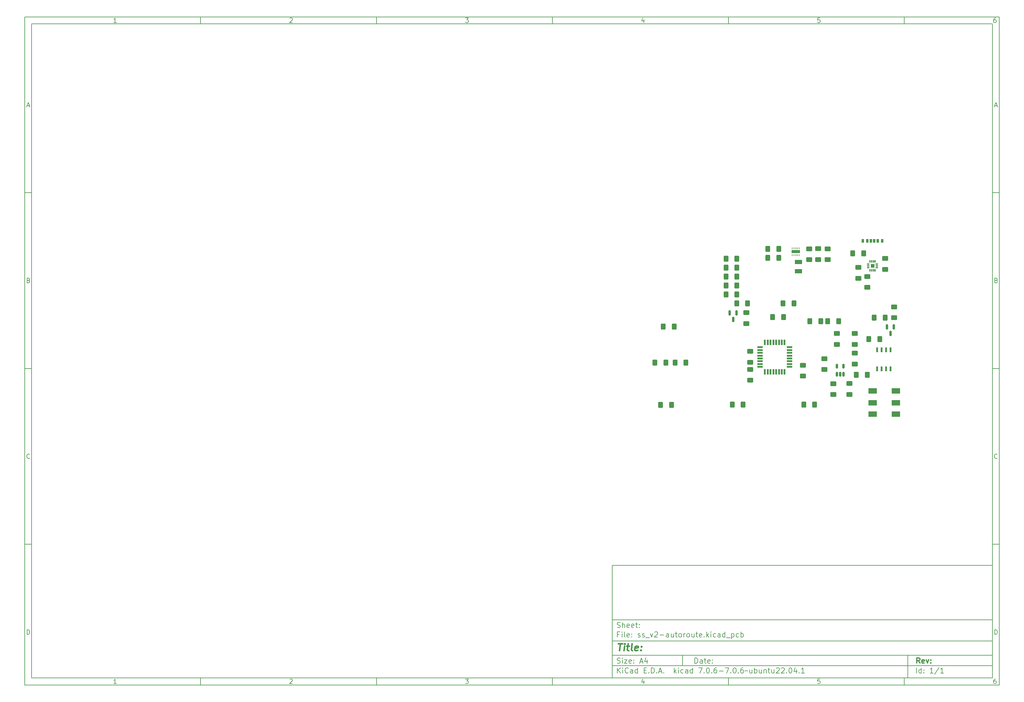
<source format=gbr>
%TF.GenerationSoftware,KiCad,Pcbnew,7.0.6-7.0.6~ubuntu22.04.1*%
%TF.CreationDate,2023-08-01T15:27:09+02:00*%
%TF.ProjectId,ss_v2-autoroute,73735f76-322d-4617-9574-6f726f757465,rev?*%
%TF.SameCoordinates,Original*%
%TF.FileFunction,Paste,Top*%
%TF.FilePolarity,Positive*%
%FSLAX46Y46*%
G04 Gerber Fmt 4.6, Leading zero omitted, Abs format (unit mm)*
G04 Created by KiCad (PCBNEW 7.0.6-7.0.6~ubuntu22.04.1) date 2023-08-01 15:27:09*
%MOMM*%
%LPD*%
G01*
G04 APERTURE LIST*
G04 Aperture macros list*
%AMRoundRect*
0 Rectangle with rounded corners*
0 $1 Rounding radius*
0 $2 $3 $4 $5 $6 $7 $8 $9 X,Y pos of 4 corners*
0 Add a 4 corners polygon primitive as box body*
4,1,4,$2,$3,$4,$5,$6,$7,$8,$9,$2,$3,0*
0 Add four circle primitives for the rounded corners*
1,1,$1+$1,$2,$3*
1,1,$1+$1,$4,$5*
1,1,$1+$1,$6,$7*
1,1,$1+$1,$8,$9*
0 Add four rect primitives between the rounded corners*
20,1,$1+$1,$2,$3,$4,$5,0*
20,1,$1+$1,$4,$5,$6,$7,0*
20,1,$1+$1,$6,$7,$8,$9,0*
20,1,$1+$1,$8,$9,$2,$3,0*%
G04 Aperture macros list end*
%ADD10C,0.100000*%
%ADD11C,0.150000*%
%ADD12C,0.300000*%
%ADD13C,0.400000*%
%ADD14C,0.010000*%
%ADD15R,0.558800X1.460500*%
%ADD16RoundRect,0.250000X-0.400000X-0.625000X0.400000X-0.625000X0.400000X0.625000X-0.400000X0.625000X0*%
%ADD17RoundRect,0.250000X-0.625000X0.400000X-0.625000X-0.400000X0.625000X-0.400000X0.625000X0.400000X0*%
%ADD18RoundRect,0.250000X0.625000X-0.400000X0.625000X0.400000X-0.625000X0.400000X-0.625000X-0.400000X0*%
%ADD19RoundRect,0.250000X0.400000X0.625000X-0.400000X0.625000X-0.400000X-0.625000X0.400000X-0.625000X0*%
%ADD20RoundRect,0.150000X0.150000X-0.512500X0.150000X0.512500X-0.150000X0.512500X-0.150000X-0.512500X0*%
%ADD21RoundRect,0.007800X-0.332200X-0.122200X0.332200X-0.122200X0.332200X0.122200X-0.332200X0.122200X0*%
%ADD22RoundRect,0.007800X0.122200X-0.332200X0.122200X0.332200X-0.122200X0.332200X-0.122200X-0.332200X0*%
%ADD23R,2.387600X1.498600*%
%ADD24RoundRect,0.150000X-0.150000X0.587500X-0.150000X-0.587500X0.150000X-0.587500X0.150000X0.587500X0*%
%ADD25R,1.500000X0.550000*%
%ADD26R,0.550000X1.500000*%
%ADD27R,2.006600X1.193800*%
%ADD28R,0.700000X1.100000*%
%ADD29R,0.760000X1.100000*%
%ADD30R,0.800000X1.100000*%
%ADD31R,0.249999X0.499999*%
%ADD32R,2.400000X0.840001*%
G04 APERTURE END LIST*
D10*
D11*
X177002200Y-166007200D02*
X285002200Y-166007200D01*
X285002200Y-198007200D01*
X177002200Y-198007200D01*
X177002200Y-166007200D01*
D10*
D11*
X10000000Y-10000000D02*
X287002200Y-10000000D01*
X287002200Y-200007200D01*
X10000000Y-200007200D01*
X10000000Y-10000000D01*
D10*
D11*
X12000000Y-12000000D02*
X285002200Y-12000000D01*
X285002200Y-198007200D01*
X12000000Y-198007200D01*
X12000000Y-12000000D01*
D10*
D11*
X60000000Y-12000000D02*
X60000000Y-10000000D01*
D10*
D11*
X110000000Y-12000000D02*
X110000000Y-10000000D01*
D10*
D11*
X160000000Y-12000000D02*
X160000000Y-10000000D01*
D10*
D11*
X210000000Y-12000000D02*
X210000000Y-10000000D01*
D10*
D11*
X260000000Y-12000000D02*
X260000000Y-10000000D01*
D10*
D11*
X36089160Y-11593604D02*
X35346303Y-11593604D01*
X35717731Y-11593604D02*
X35717731Y-10293604D01*
X35717731Y-10293604D02*
X35593922Y-10479319D01*
X35593922Y-10479319D02*
X35470112Y-10603128D01*
X35470112Y-10603128D02*
X35346303Y-10665033D01*
D10*
D11*
X85346303Y-10417414D02*
X85408207Y-10355509D01*
X85408207Y-10355509D02*
X85532017Y-10293604D01*
X85532017Y-10293604D02*
X85841541Y-10293604D01*
X85841541Y-10293604D02*
X85965350Y-10355509D01*
X85965350Y-10355509D02*
X86027255Y-10417414D01*
X86027255Y-10417414D02*
X86089160Y-10541223D01*
X86089160Y-10541223D02*
X86089160Y-10665033D01*
X86089160Y-10665033D02*
X86027255Y-10850747D01*
X86027255Y-10850747D02*
X85284398Y-11593604D01*
X85284398Y-11593604D02*
X86089160Y-11593604D01*
D10*
D11*
X135284398Y-10293604D02*
X136089160Y-10293604D01*
X136089160Y-10293604D02*
X135655826Y-10788842D01*
X135655826Y-10788842D02*
X135841541Y-10788842D01*
X135841541Y-10788842D02*
X135965350Y-10850747D01*
X135965350Y-10850747D02*
X136027255Y-10912652D01*
X136027255Y-10912652D02*
X136089160Y-11036461D01*
X136089160Y-11036461D02*
X136089160Y-11345985D01*
X136089160Y-11345985D02*
X136027255Y-11469795D01*
X136027255Y-11469795D02*
X135965350Y-11531700D01*
X135965350Y-11531700D02*
X135841541Y-11593604D01*
X135841541Y-11593604D02*
X135470112Y-11593604D01*
X135470112Y-11593604D02*
X135346303Y-11531700D01*
X135346303Y-11531700D02*
X135284398Y-11469795D01*
D10*
D11*
X185965350Y-10726938D02*
X185965350Y-11593604D01*
X185655826Y-10231700D02*
X185346303Y-11160271D01*
X185346303Y-11160271D02*
X186151064Y-11160271D01*
D10*
D11*
X236027255Y-10293604D02*
X235408207Y-10293604D01*
X235408207Y-10293604D02*
X235346303Y-10912652D01*
X235346303Y-10912652D02*
X235408207Y-10850747D01*
X235408207Y-10850747D02*
X235532017Y-10788842D01*
X235532017Y-10788842D02*
X235841541Y-10788842D01*
X235841541Y-10788842D02*
X235965350Y-10850747D01*
X235965350Y-10850747D02*
X236027255Y-10912652D01*
X236027255Y-10912652D02*
X236089160Y-11036461D01*
X236089160Y-11036461D02*
X236089160Y-11345985D01*
X236089160Y-11345985D02*
X236027255Y-11469795D01*
X236027255Y-11469795D02*
X235965350Y-11531700D01*
X235965350Y-11531700D02*
X235841541Y-11593604D01*
X235841541Y-11593604D02*
X235532017Y-11593604D01*
X235532017Y-11593604D02*
X235408207Y-11531700D01*
X235408207Y-11531700D02*
X235346303Y-11469795D01*
D10*
D11*
X285965350Y-10293604D02*
X285717731Y-10293604D01*
X285717731Y-10293604D02*
X285593922Y-10355509D01*
X285593922Y-10355509D02*
X285532017Y-10417414D01*
X285532017Y-10417414D02*
X285408207Y-10603128D01*
X285408207Y-10603128D02*
X285346303Y-10850747D01*
X285346303Y-10850747D02*
X285346303Y-11345985D01*
X285346303Y-11345985D02*
X285408207Y-11469795D01*
X285408207Y-11469795D02*
X285470112Y-11531700D01*
X285470112Y-11531700D02*
X285593922Y-11593604D01*
X285593922Y-11593604D02*
X285841541Y-11593604D01*
X285841541Y-11593604D02*
X285965350Y-11531700D01*
X285965350Y-11531700D02*
X286027255Y-11469795D01*
X286027255Y-11469795D02*
X286089160Y-11345985D01*
X286089160Y-11345985D02*
X286089160Y-11036461D01*
X286089160Y-11036461D02*
X286027255Y-10912652D01*
X286027255Y-10912652D02*
X285965350Y-10850747D01*
X285965350Y-10850747D02*
X285841541Y-10788842D01*
X285841541Y-10788842D02*
X285593922Y-10788842D01*
X285593922Y-10788842D02*
X285470112Y-10850747D01*
X285470112Y-10850747D02*
X285408207Y-10912652D01*
X285408207Y-10912652D02*
X285346303Y-11036461D01*
D10*
D11*
X60000000Y-198007200D02*
X60000000Y-200007200D01*
D10*
D11*
X110000000Y-198007200D02*
X110000000Y-200007200D01*
D10*
D11*
X160000000Y-198007200D02*
X160000000Y-200007200D01*
D10*
D11*
X210000000Y-198007200D02*
X210000000Y-200007200D01*
D10*
D11*
X260000000Y-198007200D02*
X260000000Y-200007200D01*
D10*
D11*
X36089160Y-199600804D02*
X35346303Y-199600804D01*
X35717731Y-199600804D02*
X35717731Y-198300804D01*
X35717731Y-198300804D02*
X35593922Y-198486519D01*
X35593922Y-198486519D02*
X35470112Y-198610328D01*
X35470112Y-198610328D02*
X35346303Y-198672233D01*
D10*
D11*
X85346303Y-198424614D02*
X85408207Y-198362709D01*
X85408207Y-198362709D02*
X85532017Y-198300804D01*
X85532017Y-198300804D02*
X85841541Y-198300804D01*
X85841541Y-198300804D02*
X85965350Y-198362709D01*
X85965350Y-198362709D02*
X86027255Y-198424614D01*
X86027255Y-198424614D02*
X86089160Y-198548423D01*
X86089160Y-198548423D02*
X86089160Y-198672233D01*
X86089160Y-198672233D02*
X86027255Y-198857947D01*
X86027255Y-198857947D02*
X85284398Y-199600804D01*
X85284398Y-199600804D02*
X86089160Y-199600804D01*
D10*
D11*
X135284398Y-198300804D02*
X136089160Y-198300804D01*
X136089160Y-198300804D02*
X135655826Y-198796042D01*
X135655826Y-198796042D02*
X135841541Y-198796042D01*
X135841541Y-198796042D02*
X135965350Y-198857947D01*
X135965350Y-198857947D02*
X136027255Y-198919852D01*
X136027255Y-198919852D02*
X136089160Y-199043661D01*
X136089160Y-199043661D02*
X136089160Y-199353185D01*
X136089160Y-199353185D02*
X136027255Y-199476995D01*
X136027255Y-199476995D02*
X135965350Y-199538900D01*
X135965350Y-199538900D02*
X135841541Y-199600804D01*
X135841541Y-199600804D02*
X135470112Y-199600804D01*
X135470112Y-199600804D02*
X135346303Y-199538900D01*
X135346303Y-199538900D02*
X135284398Y-199476995D01*
D10*
D11*
X185965350Y-198734138D02*
X185965350Y-199600804D01*
X185655826Y-198238900D02*
X185346303Y-199167471D01*
X185346303Y-199167471D02*
X186151064Y-199167471D01*
D10*
D11*
X236027255Y-198300804D02*
X235408207Y-198300804D01*
X235408207Y-198300804D02*
X235346303Y-198919852D01*
X235346303Y-198919852D02*
X235408207Y-198857947D01*
X235408207Y-198857947D02*
X235532017Y-198796042D01*
X235532017Y-198796042D02*
X235841541Y-198796042D01*
X235841541Y-198796042D02*
X235965350Y-198857947D01*
X235965350Y-198857947D02*
X236027255Y-198919852D01*
X236027255Y-198919852D02*
X236089160Y-199043661D01*
X236089160Y-199043661D02*
X236089160Y-199353185D01*
X236089160Y-199353185D02*
X236027255Y-199476995D01*
X236027255Y-199476995D02*
X235965350Y-199538900D01*
X235965350Y-199538900D02*
X235841541Y-199600804D01*
X235841541Y-199600804D02*
X235532017Y-199600804D01*
X235532017Y-199600804D02*
X235408207Y-199538900D01*
X235408207Y-199538900D02*
X235346303Y-199476995D01*
D10*
D11*
X285965350Y-198300804D02*
X285717731Y-198300804D01*
X285717731Y-198300804D02*
X285593922Y-198362709D01*
X285593922Y-198362709D02*
X285532017Y-198424614D01*
X285532017Y-198424614D02*
X285408207Y-198610328D01*
X285408207Y-198610328D02*
X285346303Y-198857947D01*
X285346303Y-198857947D02*
X285346303Y-199353185D01*
X285346303Y-199353185D02*
X285408207Y-199476995D01*
X285408207Y-199476995D02*
X285470112Y-199538900D01*
X285470112Y-199538900D02*
X285593922Y-199600804D01*
X285593922Y-199600804D02*
X285841541Y-199600804D01*
X285841541Y-199600804D02*
X285965350Y-199538900D01*
X285965350Y-199538900D02*
X286027255Y-199476995D01*
X286027255Y-199476995D02*
X286089160Y-199353185D01*
X286089160Y-199353185D02*
X286089160Y-199043661D01*
X286089160Y-199043661D02*
X286027255Y-198919852D01*
X286027255Y-198919852D02*
X285965350Y-198857947D01*
X285965350Y-198857947D02*
X285841541Y-198796042D01*
X285841541Y-198796042D02*
X285593922Y-198796042D01*
X285593922Y-198796042D02*
X285470112Y-198857947D01*
X285470112Y-198857947D02*
X285408207Y-198919852D01*
X285408207Y-198919852D02*
X285346303Y-199043661D01*
D10*
D11*
X10000000Y-60000000D02*
X12000000Y-60000000D01*
D10*
D11*
X10000000Y-110000000D02*
X12000000Y-110000000D01*
D10*
D11*
X10000000Y-160000000D02*
X12000000Y-160000000D01*
D10*
D11*
X10690476Y-35222176D02*
X11309523Y-35222176D01*
X10566666Y-35593604D02*
X10999999Y-34293604D01*
X10999999Y-34293604D02*
X11433333Y-35593604D01*
D10*
D11*
X11092857Y-84912652D02*
X11278571Y-84974557D01*
X11278571Y-84974557D02*
X11340476Y-85036461D01*
X11340476Y-85036461D02*
X11402380Y-85160271D01*
X11402380Y-85160271D02*
X11402380Y-85345985D01*
X11402380Y-85345985D02*
X11340476Y-85469795D01*
X11340476Y-85469795D02*
X11278571Y-85531700D01*
X11278571Y-85531700D02*
X11154761Y-85593604D01*
X11154761Y-85593604D02*
X10659523Y-85593604D01*
X10659523Y-85593604D02*
X10659523Y-84293604D01*
X10659523Y-84293604D02*
X11092857Y-84293604D01*
X11092857Y-84293604D02*
X11216666Y-84355509D01*
X11216666Y-84355509D02*
X11278571Y-84417414D01*
X11278571Y-84417414D02*
X11340476Y-84541223D01*
X11340476Y-84541223D02*
X11340476Y-84665033D01*
X11340476Y-84665033D02*
X11278571Y-84788842D01*
X11278571Y-84788842D02*
X11216666Y-84850747D01*
X11216666Y-84850747D02*
X11092857Y-84912652D01*
X11092857Y-84912652D02*
X10659523Y-84912652D01*
D10*
D11*
X11402380Y-135469795D02*
X11340476Y-135531700D01*
X11340476Y-135531700D02*
X11154761Y-135593604D01*
X11154761Y-135593604D02*
X11030952Y-135593604D01*
X11030952Y-135593604D02*
X10845238Y-135531700D01*
X10845238Y-135531700D02*
X10721428Y-135407890D01*
X10721428Y-135407890D02*
X10659523Y-135284080D01*
X10659523Y-135284080D02*
X10597619Y-135036461D01*
X10597619Y-135036461D02*
X10597619Y-134850747D01*
X10597619Y-134850747D02*
X10659523Y-134603128D01*
X10659523Y-134603128D02*
X10721428Y-134479319D01*
X10721428Y-134479319D02*
X10845238Y-134355509D01*
X10845238Y-134355509D02*
X11030952Y-134293604D01*
X11030952Y-134293604D02*
X11154761Y-134293604D01*
X11154761Y-134293604D02*
X11340476Y-134355509D01*
X11340476Y-134355509D02*
X11402380Y-134417414D01*
D10*
D11*
X10659523Y-185593604D02*
X10659523Y-184293604D01*
X10659523Y-184293604D02*
X10969047Y-184293604D01*
X10969047Y-184293604D02*
X11154761Y-184355509D01*
X11154761Y-184355509D02*
X11278571Y-184479319D01*
X11278571Y-184479319D02*
X11340476Y-184603128D01*
X11340476Y-184603128D02*
X11402380Y-184850747D01*
X11402380Y-184850747D02*
X11402380Y-185036461D01*
X11402380Y-185036461D02*
X11340476Y-185284080D01*
X11340476Y-185284080D02*
X11278571Y-185407890D01*
X11278571Y-185407890D02*
X11154761Y-185531700D01*
X11154761Y-185531700D02*
X10969047Y-185593604D01*
X10969047Y-185593604D02*
X10659523Y-185593604D01*
D10*
D11*
X287002200Y-60000000D02*
X285002200Y-60000000D01*
D10*
D11*
X287002200Y-110000000D02*
X285002200Y-110000000D01*
D10*
D11*
X287002200Y-160000000D02*
X285002200Y-160000000D01*
D10*
D11*
X285692676Y-35222176D02*
X286311723Y-35222176D01*
X285568866Y-35593604D02*
X286002199Y-34293604D01*
X286002199Y-34293604D02*
X286435533Y-35593604D01*
D10*
D11*
X286095057Y-84912652D02*
X286280771Y-84974557D01*
X286280771Y-84974557D02*
X286342676Y-85036461D01*
X286342676Y-85036461D02*
X286404580Y-85160271D01*
X286404580Y-85160271D02*
X286404580Y-85345985D01*
X286404580Y-85345985D02*
X286342676Y-85469795D01*
X286342676Y-85469795D02*
X286280771Y-85531700D01*
X286280771Y-85531700D02*
X286156961Y-85593604D01*
X286156961Y-85593604D02*
X285661723Y-85593604D01*
X285661723Y-85593604D02*
X285661723Y-84293604D01*
X285661723Y-84293604D02*
X286095057Y-84293604D01*
X286095057Y-84293604D02*
X286218866Y-84355509D01*
X286218866Y-84355509D02*
X286280771Y-84417414D01*
X286280771Y-84417414D02*
X286342676Y-84541223D01*
X286342676Y-84541223D02*
X286342676Y-84665033D01*
X286342676Y-84665033D02*
X286280771Y-84788842D01*
X286280771Y-84788842D02*
X286218866Y-84850747D01*
X286218866Y-84850747D02*
X286095057Y-84912652D01*
X286095057Y-84912652D02*
X285661723Y-84912652D01*
D10*
D11*
X286404580Y-135469795D02*
X286342676Y-135531700D01*
X286342676Y-135531700D02*
X286156961Y-135593604D01*
X286156961Y-135593604D02*
X286033152Y-135593604D01*
X286033152Y-135593604D02*
X285847438Y-135531700D01*
X285847438Y-135531700D02*
X285723628Y-135407890D01*
X285723628Y-135407890D02*
X285661723Y-135284080D01*
X285661723Y-135284080D02*
X285599819Y-135036461D01*
X285599819Y-135036461D02*
X285599819Y-134850747D01*
X285599819Y-134850747D02*
X285661723Y-134603128D01*
X285661723Y-134603128D02*
X285723628Y-134479319D01*
X285723628Y-134479319D02*
X285847438Y-134355509D01*
X285847438Y-134355509D02*
X286033152Y-134293604D01*
X286033152Y-134293604D02*
X286156961Y-134293604D01*
X286156961Y-134293604D02*
X286342676Y-134355509D01*
X286342676Y-134355509D02*
X286404580Y-134417414D01*
D10*
D11*
X285661723Y-185593604D02*
X285661723Y-184293604D01*
X285661723Y-184293604D02*
X285971247Y-184293604D01*
X285971247Y-184293604D02*
X286156961Y-184355509D01*
X286156961Y-184355509D02*
X286280771Y-184479319D01*
X286280771Y-184479319D02*
X286342676Y-184603128D01*
X286342676Y-184603128D02*
X286404580Y-184850747D01*
X286404580Y-184850747D02*
X286404580Y-185036461D01*
X286404580Y-185036461D02*
X286342676Y-185284080D01*
X286342676Y-185284080D02*
X286280771Y-185407890D01*
X286280771Y-185407890D02*
X286156961Y-185531700D01*
X286156961Y-185531700D02*
X285971247Y-185593604D01*
X285971247Y-185593604D02*
X285661723Y-185593604D01*
D10*
D11*
X200458026Y-193793328D02*
X200458026Y-192293328D01*
X200458026Y-192293328D02*
X200815169Y-192293328D01*
X200815169Y-192293328D02*
X201029455Y-192364757D01*
X201029455Y-192364757D02*
X201172312Y-192507614D01*
X201172312Y-192507614D02*
X201243741Y-192650471D01*
X201243741Y-192650471D02*
X201315169Y-192936185D01*
X201315169Y-192936185D02*
X201315169Y-193150471D01*
X201315169Y-193150471D02*
X201243741Y-193436185D01*
X201243741Y-193436185D02*
X201172312Y-193579042D01*
X201172312Y-193579042D02*
X201029455Y-193721900D01*
X201029455Y-193721900D02*
X200815169Y-193793328D01*
X200815169Y-193793328D02*
X200458026Y-193793328D01*
X202600884Y-193793328D02*
X202600884Y-193007614D01*
X202600884Y-193007614D02*
X202529455Y-192864757D01*
X202529455Y-192864757D02*
X202386598Y-192793328D01*
X202386598Y-192793328D02*
X202100884Y-192793328D01*
X202100884Y-192793328D02*
X201958026Y-192864757D01*
X202600884Y-193721900D02*
X202458026Y-193793328D01*
X202458026Y-193793328D02*
X202100884Y-193793328D01*
X202100884Y-193793328D02*
X201958026Y-193721900D01*
X201958026Y-193721900D02*
X201886598Y-193579042D01*
X201886598Y-193579042D02*
X201886598Y-193436185D01*
X201886598Y-193436185D02*
X201958026Y-193293328D01*
X201958026Y-193293328D02*
X202100884Y-193221900D01*
X202100884Y-193221900D02*
X202458026Y-193221900D01*
X202458026Y-193221900D02*
X202600884Y-193150471D01*
X203100884Y-192793328D02*
X203672312Y-192793328D01*
X203315169Y-192293328D02*
X203315169Y-193579042D01*
X203315169Y-193579042D02*
X203386598Y-193721900D01*
X203386598Y-193721900D02*
X203529455Y-193793328D01*
X203529455Y-193793328D02*
X203672312Y-193793328D01*
X204743741Y-193721900D02*
X204600884Y-193793328D01*
X204600884Y-193793328D02*
X204315170Y-193793328D01*
X204315170Y-193793328D02*
X204172312Y-193721900D01*
X204172312Y-193721900D02*
X204100884Y-193579042D01*
X204100884Y-193579042D02*
X204100884Y-193007614D01*
X204100884Y-193007614D02*
X204172312Y-192864757D01*
X204172312Y-192864757D02*
X204315170Y-192793328D01*
X204315170Y-192793328D02*
X204600884Y-192793328D01*
X204600884Y-192793328D02*
X204743741Y-192864757D01*
X204743741Y-192864757D02*
X204815170Y-193007614D01*
X204815170Y-193007614D02*
X204815170Y-193150471D01*
X204815170Y-193150471D02*
X204100884Y-193293328D01*
X205458026Y-193650471D02*
X205529455Y-193721900D01*
X205529455Y-193721900D02*
X205458026Y-193793328D01*
X205458026Y-193793328D02*
X205386598Y-193721900D01*
X205386598Y-193721900D02*
X205458026Y-193650471D01*
X205458026Y-193650471D02*
X205458026Y-193793328D01*
X205458026Y-192864757D02*
X205529455Y-192936185D01*
X205529455Y-192936185D02*
X205458026Y-193007614D01*
X205458026Y-193007614D02*
X205386598Y-192936185D01*
X205386598Y-192936185D02*
X205458026Y-192864757D01*
X205458026Y-192864757D02*
X205458026Y-193007614D01*
D10*
D11*
X177002200Y-194507200D02*
X285002200Y-194507200D01*
D10*
D11*
X178458026Y-196593328D02*
X178458026Y-195093328D01*
X179315169Y-196593328D02*
X178672312Y-195736185D01*
X179315169Y-195093328D02*
X178458026Y-195950471D01*
X179958026Y-196593328D02*
X179958026Y-195593328D01*
X179958026Y-195093328D02*
X179886598Y-195164757D01*
X179886598Y-195164757D02*
X179958026Y-195236185D01*
X179958026Y-195236185D02*
X180029455Y-195164757D01*
X180029455Y-195164757D02*
X179958026Y-195093328D01*
X179958026Y-195093328D02*
X179958026Y-195236185D01*
X181529455Y-196450471D02*
X181458027Y-196521900D01*
X181458027Y-196521900D02*
X181243741Y-196593328D01*
X181243741Y-196593328D02*
X181100884Y-196593328D01*
X181100884Y-196593328D02*
X180886598Y-196521900D01*
X180886598Y-196521900D02*
X180743741Y-196379042D01*
X180743741Y-196379042D02*
X180672312Y-196236185D01*
X180672312Y-196236185D02*
X180600884Y-195950471D01*
X180600884Y-195950471D02*
X180600884Y-195736185D01*
X180600884Y-195736185D02*
X180672312Y-195450471D01*
X180672312Y-195450471D02*
X180743741Y-195307614D01*
X180743741Y-195307614D02*
X180886598Y-195164757D01*
X180886598Y-195164757D02*
X181100884Y-195093328D01*
X181100884Y-195093328D02*
X181243741Y-195093328D01*
X181243741Y-195093328D02*
X181458027Y-195164757D01*
X181458027Y-195164757D02*
X181529455Y-195236185D01*
X182815170Y-196593328D02*
X182815170Y-195807614D01*
X182815170Y-195807614D02*
X182743741Y-195664757D01*
X182743741Y-195664757D02*
X182600884Y-195593328D01*
X182600884Y-195593328D02*
X182315170Y-195593328D01*
X182315170Y-195593328D02*
X182172312Y-195664757D01*
X182815170Y-196521900D02*
X182672312Y-196593328D01*
X182672312Y-196593328D02*
X182315170Y-196593328D01*
X182315170Y-196593328D02*
X182172312Y-196521900D01*
X182172312Y-196521900D02*
X182100884Y-196379042D01*
X182100884Y-196379042D02*
X182100884Y-196236185D01*
X182100884Y-196236185D02*
X182172312Y-196093328D01*
X182172312Y-196093328D02*
X182315170Y-196021900D01*
X182315170Y-196021900D02*
X182672312Y-196021900D01*
X182672312Y-196021900D02*
X182815170Y-195950471D01*
X184172313Y-196593328D02*
X184172313Y-195093328D01*
X184172313Y-196521900D02*
X184029455Y-196593328D01*
X184029455Y-196593328D02*
X183743741Y-196593328D01*
X183743741Y-196593328D02*
X183600884Y-196521900D01*
X183600884Y-196521900D02*
X183529455Y-196450471D01*
X183529455Y-196450471D02*
X183458027Y-196307614D01*
X183458027Y-196307614D02*
X183458027Y-195879042D01*
X183458027Y-195879042D02*
X183529455Y-195736185D01*
X183529455Y-195736185D02*
X183600884Y-195664757D01*
X183600884Y-195664757D02*
X183743741Y-195593328D01*
X183743741Y-195593328D02*
X184029455Y-195593328D01*
X184029455Y-195593328D02*
X184172313Y-195664757D01*
X186029455Y-195807614D02*
X186529455Y-195807614D01*
X186743741Y-196593328D02*
X186029455Y-196593328D01*
X186029455Y-196593328D02*
X186029455Y-195093328D01*
X186029455Y-195093328D02*
X186743741Y-195093328D01*
X187386598Y-196450471D02*
X187458027Y-196521900D01*
X187458027Y-196521900D02*
X187386598Y-196593328D01*
X187386598Y-196593328D02*
X187315170Y-196521900D01*
X187315170Y-196521900D02*
X187386598Y-196450471D01*
X187386598Y-196450471D02*
X187386598Y-196593328D01*
X188100884Y-196593328D02*
X188100884Y-195093328D01*
X188100884Y-195093328D02*
X188458027Y-195093328D01*
X188458027Y-195093328D02*
X188672313Y-195164757D01*
X188672313Y-195164757D02*
X188815170Y-195307614D01*
X188815170Y-195307614D02*
X188886599Y-195450471D01*
X188886599Y-195450471D02*
X188958027Y-195736185D01*
X188958027Y-195736185D02*
X188958027Y-195950471D01*
X188958027Y-195950471D02*
X188886599Y-196236185D01*
X188886599Y-196236185D02*
X188815170Y-196379042D01*
X188815170Y-196379042D02*
X188672313Y-196521900D01*
X188672313Y-196521900D02*
X188458027Y-196593328D01*
X188458027Y-196593328D02*
X188100884Y-196593328D01*
X189600884Y-196450471D02*
X189672313Y-196521900D01*
X189672313Y-196521900D02*
X189600884Y-196593328D01*
X189600884Y-196593328D02*
X189529456Y-196521900D01*
X189529456Y-196521900D02*
X189600884Y-196450471D01*
X189600884Y-196450471D02*
X189600884Y-196593328D01*
X190243742Y-196164757D02*
X190958028Y-196164757D01*
X190100885Y-196593328D02*
X190600885Y-195093328D01*
X190600885Y-195093328D02*
X191100885Y-196593328D01*
X191600884Y-196450471D02*
X191672313Y-196521900D01*
X191672313Y-196521900D02*
X191600884Y-196593328D01*
X191600884Y-196593328D02*
X191529456Y-196521900D01*
X191529456Y-196521900D02*
X191600884Y-196450471D01*
X191600884Y-196450471D02*
X191600884Y-196593328D01*
X194600884Y-196593328D02*
X194600884Y-195093328D01*
X194743742Y-196021900D02*
X195172313Y-196593328D01*
X195172313Y-195593328D02*
X194600884Y-196164757D01*
X195815170Y-196593328D02*
X195815170Y-195593328D01*
X195815170Y-195093328D02*
X195743742Y-195164757D01*
X195743742Y-195164757D02*
X195815170Y-195236185D01*
X195815170Y-195236185D02*
X195886599Y-195164757D01*
X195886599Y-195164757D02*
X195815170Y-195093328D01*
X195815170Y-195093328D02*
X195815170Y-195236185D01*
X197172314Y-196521900D02*
X197029456Y-196593328D01*
X197029456Y-196593328D02*
X196743742Y-196593328D01*
X196743742Y-196593328D02*
X196600885Y-196521900D01*
X196600885Y-196521900D02*
X196529456Y-196450471D01*
X196529456Y-196450471D02*
X196458028Y-196307614D01*
X196458028Y-196307614D02*
X196458028Y-195879042D01*
X196458028Y-195879042D02*
X196529456Y-195736185D01*
X196529456Y-195736185D02*
X196600885Y-195664757D01*
X196600885Y-195664757D02*
X196743742Y-195593328D01*
X196743742Y-195593328D02*
X197029456Y-195593328D01*
X197029456Y-195593328D02*
X197172314Y-195664757D01*
X198458028Y-196593328D02*
X198458028Y-195807614D01*
X198458028Y-195807614D02*
X198386599Y-195664757D01*
X198386599Y-195664757D02*
X198243742Y-195593328D01*
X198243742Y-195593328D02*
X197958028Y-195593328D01*
X197958028Y-195593328D02*
X197815170Y-195664757D01*
X198458028Y-196521900D02*
X198315170Y-196593328D01*
X198315170Y-196593328D02*
X197958028Y-196593328D01*
X197958028Y-196593328D02*
X197815170Y-196521900D01*
X197815170Y-196521900D02*
X197743742Y-196379042D01*
X197743742Y-196379042D02*
X197743742Y-196236185D01*
X197743742Y-196236185D02*
X197815170Y-196093328D01*
X197815170Y-196093328D02*
X197958028Y-196021900D01*
X197958028Y-196021900D02*
X198315170Y-196021900D01*
X198315170Y-196021900D02*
X198458028Y-195950471D01*
X199815171Y-196593328D02*
X199815171Y-195093328D01*
X199815171Y-196521900D02*
X199672313Y-196593328D01*
X199672313Y-196593328D02*
X199386599Y-196593328D01*
X199386599Y-196593328D02*
X199243742Y-196521900D01*
X199243742Y-196521900D02*
X199172313Y-196450471D01*
X199172313Y-196450471D02*
X199100885Y-196307614D01*
X199100885Y-196307614D02*
X199100885Y-195879042D01*
X199100885Y-195879042D02*
X199172313Y-195736185D01*
X199172313Y-195736185D02*
X199243742Y-195664757D01*
X199243742Y-195664757D02*
X199386599Y-195593328D01*
X199386599Y-195593328D02*
X199672313Y-195593328D01*
X199672313Y-195593328D02*
X199815171Y-195664757D01*
X201529456Y-195093328D02*
X202529456Y-195093328D01*
X202529456Y-195093328D02*
X201886599Y-196593328D01*
X203100884Y-196450471D02*
X203172313Y-196521900D01*
X203172313Y-196521900D02*
X203100884Y-196593328D01*
X203100884Y-196593328D02*
X203029456Y-196521900D01*
X203029456Y-196521900D02*
X203100884Y-196450471D01*
X203100884Y-196450471D02*
X203100884Y-196593328D01*
X204100885Y-195093328D02*
X204243742Y-195093328D01*
X204243742Y-195093328D02*
X204386599Y-195164757D01*
X204386599Y-195164757D02*
X204458028Y-195236185D01*
X204458028Y-195236185D02*
X204529456Y-195379042D01*
X204529456Y-195379042D02*
X204600885Y-195664757D01*
X204600885Y-195664757D02*
X204600885Y-196021900D01*
X204600885Y-196021900D02*
X204529456Y-196307614D01*
X204529456Y-196307614D02*
X204458028Y-196450471D01*
X204458028Y-196450471D02*
X204386599Y-196521900D01*
X204386599Y-196521900D02*
X204243742Y-196593328D01*
X204243742Y-196593328D02*
X204100885Y-196593328D01*
X204100885Y-196593328D02*
X203958028Y-196521900D01*
X203958028Y-196521900D02*
X203886599Y-196450471D01*
X203886599Y-196450471D02*
X203815170Y-196307614D01*
X203815170Y-196307614D02*
X203743742Y-196021900D01*
X203743742Y-196021900D02*
X203743742Y-195664757D01*
X203743742Y-195664757D02*
X203815170Y-195379042D01*
X203815170Y-195379042D02*
X203886599Y-195236185D01*
X203886599Y-195236185D02*
X203958028Y-195164757D01*
X203958028Y-195164757D02*
X204100885Y-195093328D01*
X205243741Y-196450471D02*
X205315170Y-196521900D01*
X205315170Y-196521900D02*
X205243741Y-196593328D01*
X205243741Y-196593328D02*
X205172313Y-196521900D01*
X205172313Y-196521900D02*
X205243741Y-196450471D01*
X205243741Y-196450471D02*
X205243741Y-196593328D01*
X206600885Y-195093328D02*
X206315170Y-195093328D01*
X206315170Y-195093328D02*
X206172313Y-195164757D01*
X206172313Y-195164757D02*
X206100885Y-195236185D01*
X206100885Y-195236185D02*
X205958027Y-195450471D01*
X205958027Y-195450471D02*
X205886599Y-195736185D01*
X205886599Y-195736185D02*
X205886599Y-196307614D01*
X205886599Y-196307614D02*
X205958027Y-196450471D01*
X205958027Y-196450471D02*
X206029456Y-196521900D01*
X206029456Y-196521900D02*
X206172313Y-196593328D01*
X206172313Y-196593328D02*
X206458027Y-196593328D01*
X206458027Y-196593328D02*
X206600885Y-196521900D01*
X206600885Y-196521900D02*
X206672313Y-196450471D01*
X206672313Y-196450471D02*
X206743742Y-196307614D01*
X206743742Y-196307614D02*
X206743742Y-195950471D01*
X206743742Y-195950471D02*
X206672313Y-195807614D01*
X206672313Y-195807614D02*
X206600885Y-195736185D01*
X206600885Y-195736185D02*
X206458027Y-195664757D01*
X206458027Y-195664757D02*
X206172313Y-195664757D01*
X206172313Y-195664757D02*
X206029456Y-195736185D01*
X206029456Y-195736185D02*
X205958027Y-195807614D01*
X205958027Y-195807614D02*
X205886599Y-195950471D01*
X207386598Y-196021900D02*
X208529456Y-196021900D01*
X209100884Y-195093328D02*
X210100884Y-195093328D01*
X210100884Y-195093328D02*
X209458027Y-196593328D01*
X210672312Y-196450471D02*
X210743741Y-196521900D01*
X210743741Y-196521900D02*
X210672312Y-196593328D01*
X210672312Y-196593328D02*
X210600884Y-196521900D01*
X210600884Y-196521900D02*
X210672312Y-196450471D01*
X210672312Y-196450471D02*
X210672312Y-196593328D01*
X211672313Y-195093328D02*
X211815170Y-195093328D01*
X211815170Y-195093328D02*
X211958027Y-195164757D01*
X211958027Y-195164757D02*
X212029456Y-195236185D01*
X212029456Y-195236185D02*
X212100884Y-195379042D01*
X212100884Y-195379042D02*
X212172313Y-195664757D01*
X212172313Y-195664757D02*
X212172313Y-196021900D01*
X212172313Y-196021900D02*
X212100884Y-196307614D01*
X212100884Y-196307614D02*
X212029456Y-196450471D01*
X212029456Y-196450471D02*
X211958027Y-196521900D01*
X211958027Y-196521900D02*
X211815170Y-196593328D01*
X211815170Y-196593328D02*
X211672313Y-196593328D01*
X211672313Y-196593328D02*
X211529456Y-196521900D01*
X211529456Y-196521900D02*
X211458027Y-196450471D01*
X211458027Y-196450471D02*
X211386598Y-196307614D01*
X211386598Y-196307614D02*
X211315170Y-196021900D01*
X211315170Y-196021900D02*
X211315170Y-195664757D01*
X211315170Y-195664757D02*
X211386598Y-195379042D01*
X211386598Y-195379042D02*
X211458027Y-195236185D01*
X211458027Y-195236185D02*
X211529456Y-195164757D01*
X211529456Y-195164757D02*
X211672313Y-195093328D01*
X212815169Y-196450471D02*
X212886598Y-196521900D01*
X212886598Y-196521900D02*
X212815169Y-196593328D01*
X212815169Y-196593328D02*
X212743741Y-196521900D01*
X212743741Y-196521900D02*
X212815169Y-196450471D01*
X212815169Y-196450471D02*
X212815169Y-196593328D01*
X214172313Y-195093328D02*
X213886598Y-195093328D01*
X213886598Y-195093328D02*
X213743741Y-195164757D01*
X213743741Y-195164757D02*
X213672313Y-195236185D01*
X213672313Y-195236185D02*
X213529455Y-195450471D01*
X213529455Y-195450471D02*
X213458027Y-195736185D01*
X213458027Y-195736185D02*
X213458027Y-196307614D01*
X213458027Y-196307614D02*
X213529455Y-196450471D01*
X213529455Y-196450471D02*
X213600884Y-196521900D01*
X213600884Y-196521900D02*
X213743741Y-196593328D01*
X213743741Y-196593328D02*
X214029455Y-196593328D01*
X214029455Y-196593328D02*
X214172313Y-196521900D01*
X214172313Y-196521900D02*
X214243741Y-196450471D01*
X214243741Y-196450471D02*
X214315170Y-196307614D01*
X214315170Y-196307614D02*
X214315170Y-195950471D01*
X214315170Y-195950471D02*
X214243741Y-195807614D01*
X214243741Y-195807614D02*
X214172313Y-195736185D01*
X214172313Y-195736185D02*
X214029455Y-195664757D01*
X214029455Y-195664757D02*
X213743741Y-195664757D01*
X213743741Y-195664757D02*
X213600884Y-195736185D01*
X213600884Y-195736185D02*
X213529455Y-195807614D01*
X213529455Y-195807614D02*
X213458027Y-195950471D01*
X214743741Y-196021900D02*
X214815169Y-195950471D01*
X214815169Y-195950471D02*
X214958026Y-195879042D01*
X214958026Y-195879042D02*
X215243741Y-196021900D01*
X215243741Y-196021900D02*
X215386598Y-195950471D01*
X215386598Y-195950471D02*
X215458026Y-195879042D01*
X216672313Y-195593328D02*
X216672313Y-196593328D01*
X216029455Y-195593328D02*
X216029455Y-196379042D01*
X216029455Y-196379042D02*
X216100884Y-196521900D01*
X216100884Y-196521900D02*
X216243741Y-196593328D01*
X216243741Y-196593328D02*
X216458027Y-196593328D01*
X216458027Y-196593328D02*
X216600884Y-196521900D01*
X216600884Y-196521900D02*
X216672313Y-196450471D01*
X217386598Y-196593328D02*
X217386598Y-195093328D01*
X217386598Y-195664757D02*
X217529456Y-195593328D01*
X217529456Y-195593328D02*
X217815170Y-195593328D01*
X217815170Y-195593328D02*
X217958027Y-195664757D01*
X217958027Y-195664757D02*
X218029456Y-195736185D01*
X218029456Y-195736185D02*
X218100884Y-195879042D01*
X218100884Y-195879042D02*
X218100884Y-196307614D01*
X218100884Y-196307614D02*
X218029456Y-196450471D01*
X218029456Y-196450471D02*
X217958027Y-196521900D01*
X217958027Y-196521900D02*
X217815170Y-196593328D01*
X217815170Y-196593328D02*
X217529456Y-196593328D01*
X217529456Y-196593328D02*
X217386598Y-196521900D01*
X219386599Y-195593328D02*
X219386599Y-196593328D01*
X218743741Y-195593328D02*
X218743741Y-196379042D01*
X218743741Y-196379042D02*
X218815170Y-196521900D01*
X218815170Y-196521900D02*
X218958027Y-196593328D01*
X218958027Y-196593328D02*
X219172313Y-196593328D01*
X219172313Y-196593328D02*
X219315170Y-196521900D01*
X219315170Y-196521900D02*
X219386599Y-196450471D01*
X220100884Y-195593328D02*
X220100884Y-196593328D01*
X220100884Y-195736185D02*
X220172313Y-195664757D01*
X220172313Y-195664757D02*
X220315170Y-195593328D01*
X220315170Y-195593328D02*
X220529456Y-195593328D01*
X220529456Y-195593328D02*
X220672313Y-195664757D01*
X220672313Y-195664757D02*
X220743742Y-195807614D01*
X220743742Y-195807614D02*
X220743742Y-196593328D01*
X221243742Y-195593328D02*
X221815170Y-195593328D01*
X221458027Y-195093328D02*
X221458027Y-196379042D01*
X221458027Y-196379042D02*
X221529456Y-196521900D01*
X221529456Y-196521900D02*
X221672313Y-196593328D01*
X221672313Y-196593328D02*
X221815170Y-196593328D01*
X222958028Y-195593328D02*
X222958028Y-196593328D01*
X222315170Y-195593328D02*
X222315170Y-196379042D01*
X222315170Y-196379042D02*
X222386599Y-196521900D01*
X222386599Y-196521900D02*
X222529456Y-196593328D01*
X222529456Y-196593328D02*
X222743742Y-196593328D01*
X222743742Y-196593328D02*
X222886599Y-196521900D01*
X222886599Y-196521900D02*
X222958028Y-196450471D01*
X223600885Y-195236185D02*
X223672313Y-195164757D01*
X223672313Y-195164757D02*
X223815171Y-195093328D01*
X223815171Y-195093328D02*
X224172313Y-195093328D01*
X224172313Y-195093328D02*
X224315171Y-195164757D01*
X224315171Y-195164757D02*
X224386599Y-195236185D01*
X224386599Y-195236185D02*
X224458028Y-195379042D01*
X224458028Y-195379042D02*
X224458028Y-195521900D01*
X224458028Y-195521900D02*
X224386599Y-195736185D01*
X224386599Y-195736185D02*
X223529456Y-196593328D01*
X223529456Y-196593328D02*
X224458028Y-196593328D01*
X225029456Y-195236185D02*
X225100884Y-195164757D01*
X225100884Y-195164757D02*
X225243742Y-195093328D01*
X225243742Y-195093328D02*
X225600884Y-195093328D01*
X225600884Y-195093328D02*
X225743742Y-195164757D01*
X225743742Y-195164757D02*
X225815170Y-195236185D01*
X225815170Y-195236185D02*
X225886599Y-195379042D01*
X225886599Y-195379042D02*
X225886599Y-195521900D01*
X225886599Y-195521900D02*
X225815170Y-195736185D01*
X225815170Y-195736185D02*
X224958027Y-196593328D01*
X224958027Y-196593328D02*
X225886599Y-196593328D01*
X226529455Y-196450471D02*
X226600884Y-196521900D01*
X226600884Y-196521900D02*
X226529455Y-196593328D01*
X226529455Y-196593328D02*
X226458027Y-196521900D01*
X226458027Y-196521900D02*
X226529455Y-196450471D01*
X226529455Y-196450471D02*
X226529455Y-196593328D01*
X227529456Y-195093328D02*
X227672313Y-195093328D01*
X227672313Y-195093328D02*
X227815170Y-195164757D01*
X227815170Y-195164757D02*
X227886599Y-195236185D01*
X227886599Y-195236185D02*
X227958027Y-195379042D01*
X227958027Y-195379042D02*
X228029456Y-195664757D01*
X228029456Y-195664757D02*
X228029456Y-196021900D01*
X228029456Y-196021900D02*
X227958027Y-196307614D01*
X227958027Y-196307614D02*
X227886599Y-196450471D01*
X227886599Y-196450471D02*
X227815170Y-196521900D01*
X227815170Y-196521900D02*
X227672313Y-196593328D01*
X227672313Y-196593328D02*
X227529456Y-196593328D01*
X227529456Y-196593328D02*
X227386599Y-196521900D01*
X227386599Y-196521900D02*
X227315170Y-196450471D01*
X227315170Y-196450471D02*
X227243741Y-196307614D01*
X227243741Y-196307614D02*
X227172313Y-196021900D01*
X227172313Y-196021900D02*
X227172313Y-195664757D01*
X227172313Y-195664757D02*
X227243741Y-195379042D01*
X227243741Y-195379042D02*
X227315170Y-195236185D01*
X227315170Y-195236185D02*
X227386599Y-195164757D01*
X227386599Y-195164757D02*
X227529456Y-195093328D01*
X229315170Y-195593328D02*
X229315170Y-196593328D01*
X228958027Y-195021900D02*
X228600884Y-196093328D01*
X228600884Y-196093328D02*
X229529455Y-196093328D01*
X230100883Y-196450471D02*
X230172312Y-196521900D01*
X230172312Y-196521900D02*
X230100883Y-196593328D01*
X230100883Y-196593328D02*
X230029455Y-196521900D01*
X230029455Y-196521900D02*
X230100883Y-196450471D01*
X230100883Y-196450471D02*
X230100883Y-196593328D01*
X231600884Y-196593328D02*
X230743741Y-196593328D01*
X231172312Y-196593328D02*
X231172312Y-195093328D01*
X231172312Y-195093328D02*
X231029455Y-195307614D01*
X231029455Y-195307614D02*
X230886598Y-195450471D01*
X230886598Y-195450471D02*
X230743741Y-195521900D01*
D10*
D11*
X177002200Y-191507200D02*
X285002200Y-191507200D01*
D10*
D12*
X264413853Y-193785528D02*
X263913853Y-193071242D01*
X263556710Y-193785528D02*
X263556710Y-192285528D01*
X263556710Y-192285528D02*
X264128139Y-192285528D01*
X264128139Y-192285528D02*
X264270996Y-192356957D01*
X264270996Y-192356957D02*
X264342425Y-192428385D01*
X264342425Y-192428385D02*
X264413853Y-192571242D01*
X264413853Y-192571242D02*
X264413853Y-192785528D01*
X264413853Y-192785528D02*
X264342425Y-192928385D01*
X264342425Y-192928385D02*
X264270996Y-192999814D01*
X264270996Y-192999814D02*
X264128139Y-193071242D01*
X264128139Y-193071242D02*
X263556710Y-193071242D01*
X265628139Y-193714100D02*
X265485282Y-193785528D01*
X265485282Y-193785528D02*
X265199568Y-193785528D01*
X265199568Y-193785528D02*
X265056710Y-193714100D01*
X265056710Y-193714100D02*
X264985282Y-193571242D01*
X264985282Y-193571242D02*
X264985282Y-192999814D01*
X264985282Y-192999814D02*
X265056710Y-192856957D01*
X265056710Y-192856957D02*
X265199568Y-192785528D01*
X265199568Y-192785528D02*
X265485282Y-192785528D01*
X265485282Y-192785528D02*
X265628139Y-192856957D01*
X265628139Y-192856957D02*
X265699568Y-192999814D01*
X265699568Y-192999814D02*
X265699568Y-193142671D01*
X265699568Y-193142671D02*
X264985282Y-193285528D01*
X266199567Y-192785528D02*
X266556710Y-193785528D01*
X266556710Y-193785528D02*
X266913853Y-192785528D01*
X267485281Y-193642671D02*
X267556710Y-193714100D01*
X267556710Y-193714100D02*
X267485281Y-193785528D01*
X267485281Y-193785528D02*
X267413853Y-193714100D01*
X267413853Y-193714100D02*
X267485281Y-193642671D01*
X267485281Y-193642671D02*
X267485281Y-193785528D01*
X267485281Y-192856957D02*
X267556710Y-192928385D01*
X267556710Y-192928385D02*
X267485281Y-192999814D01*
X267485281Y-192999814D02*
X267413853Y-192928385D01*
X267413853Y-192928385D02*
X267485281Y-192856957D01*
X267485281Y-192856957D02*
X267485281Y-192999814D01*
D10*
D11*
X178386598Y-193721900D02*
X178600884Y-193793328D01*
X178600884Y-193793328D02*
X178958026Y-193793328D01*
X178958026Y-193793328D02*
X179100884Y-193721900D01*
X179100884Y-193721900D02*
X179172312Y-193650471D01*
X179172312Y-193650471D02*
X179243741Y-193507614D01*
X179243741Y-193507614D02*
X179243741Y-193364757D01*
X179243741Y-193364757D02*
X179172312Y-193221900D01*
X179172312Y-193221900D02*
X179100884Y-193150471D01*
X179100884Y-193150471D02*
X178958026Y-193079042D01*
X178958026Y-193079042D02*
X178672312Y-193007614D01*
X178672312Y-193007614D02*
X178529455Y-192936185D01*
X178529455Y-192936185D02*
X178458026Y-192864757D01*
X178458026Y-192864757D02*
X178386598Y-192721900D01*
X178386598Y-192721900D02*
X178386598Y-192579042D01*
X178386598Y-192579042D02*
X178458026Y-192436185D01*
X178458026Y-192436185D02*
X178529455Y-192364757D01*
X178529455Y-192364757D02*
X178672312Y-192293328D01*
X178672312Y-192293328D02*
X179029455Y-192293328D01*
X179029455Y-192293328D02*
X179243741Y-192364757D01*
X179886597Y-193793328D02*
X179886597Y-192793328D01*
X179886597Y-192293328D02*
X179815169Y-192364757D01*
X179815169Y-192364757D02*
X179886597Y-192436185D01*
X179886597Y-192436185D02*
X179958026Y-192364757D01*
X179958026Y-192364757D02*
X179886597Y-192293328D01*
X179886597Y-192293328D02*
X179886597Y-192436185D01*
X180458026Y-192793328D02*
X181243741Y-192793328D01*
X181243741Y-192793328D02*
X180458026Y-193793328D01*
X180458026Y-193793328D02*
X181243741Y-193793328D01*
X182386598Y-193721900D02*
X182243741Y-193793328D01*
X182243741Y-193793328D02*
X181958027Y-193793328D01*
X181958027Y-193793328D02*
X181815169Y-193721900D01*
X181815169Y-193721900D02*
X181743741Y-193579042D01*
X181743741Y-193579042D02*
X181743741Y-193007614D01*
X181743741Y-193007614D02*
X181815169Y-192864757D01*
X181815169Y-192864757D02*
X181958027Y-192793328D01*
X181958027Y-192793328D02*
X182243741Y-192793328D01*
X182243741Y-192793328D02*
X182386598Y-192864757D01*
X182386598Y-192864757D02*
X182458027Y-193007614D01*
X182458027Y-193007614D02*
X182458027Y-193150471D01*
X182458027Y-193150471D02*
X181743741Y-193293328D01*
X183100883Y-193650471D02*
X183172312Y-193721900D01*
X183172312Y-193721900D02*
X183100883Y-193793328D01*
X183100883Y-193793328D02*
X183029455Y-193721900D01*
X183029455Y-193721900D02*
X183100883Y-193650471D01*
X183100883Y-193650471D02*
X183100883Y-193793328D01*
X183100883Y-192864757D02*
X183172312Y-192936185D01*
X183172312Y-192936185D02*
X183100883Y-193007614D01*
X183100883Y-193007614D02*
X183029455Y-192936185D01*
X183029455Y-192936185D02*
X183100883Y-192864757D01*
X183100883Y-192864757D02*
X183100883Y-193007614D01*
X184886598Y-193364757D02*
X185600884Y-193364757D01*
X184743741Y-193793328D02*
X185243741Y-192293328D01*
X185243741Y-192293328D02*
X185743741Y-193793328D01*
X186886598Y-192793328D02*
X186886598Y-193793328D01*
X186529455Y-192221900D02*
X186172312Y-193293328D01*
X186172312Y-193293328D02*
X187100883Y-193293328D01*
D10*
D11*
X263458026Y-196593328D02*
X263458026Y-195093328D01*
X264815170Y-196593328D02*
X264815170Y-195093328D01*
X264815170Y-196521900D02*
X264672312Y-196593328D01*
X264672312Y-196593328D02*
X264386598Y-196593328D01*
X264386598Y-196593328D02*
X264243741Y-196521900D01*
X264243741Y-196521900D02*
X264172312Y-196450471D01*
X264172312Y-196450471D02*
X264100884Y-196307614D01*
X264100884Y-196307614D02*
X264100884Y-195879042D01*
X264100884Y-195879042D02*
X264172312Y-195736185D01*
X264172312Y-195736185D02*
X264243741Y-195664757D01*
X264243741Y-195664757D02*
X264386598Y-195593328D01*
X264386598Y-195593328D02*
X264672312Y-195593328D01*
X264672312Y-195593328D02*
X264815170Y-195664757D01*
X265529455Y-196450471D02*
X265600884Y-196521900D01*
X265600884Y-196521900D02*
X265529455Y-196593328D01*
X265529455Y-196593328D02*
X265458027Y-196521900D01*
X265458027Y-196521900D02*
X265529455Y-196450471D01*
X265529455Y-196450471D02*
X265529455Y-196593328D01*
X265529455Y-195664757D02*
X265600884Y-195736185D01*
X265600884Y-195736185D02*
X265529455Y-195807614D01*
X265529455Y-195807614D02*
X265458027Y-195736185D01*
X265458027Y-195736185D02*
X265529455Y-195664757D01*
X265529455Y-195664757D02*
X265529455Y-195807614D01*
X268172313Y-196593328D02*
X267315170Y-196593328D01*
X267743741Y-196593328D02*
X267743741Y-195093328D01*
X267743741Y-195093328D02*
X267600884Y-195307614D01*
X267600884Y-195307614D02*
X267458027Y-195450471D01*
X267458027Y-195450471D02*
X267315170Y-195521900D01*
X269886598Y-195021900D02*
X268600884Y-196950471D01*
X271172313Y-196593328D02*
X270315170Y-196593328D01*
X270743741Y-196593328D02*
X270743741Y-195093328D01*
X270743741Y-195093328D02*
X270600884Y-195307614D01*
X270600884Y-195307614D02*
X270458027Y-195450471D01*
X270458027Y-195450471D02*
X270315170Y-195521900D01*
D10*
D11*
X177002200Y-187507200D02*
X285002200Y-187507200D01*
D10*
D13*
X178693928Y-188211638D02*
X179836785Y-188211638D01*
X179015357Y-190211638D02*
X179265357Y-188211638D01*
X180253452Y-190211638D02*
X180420119Y-188878304D01*
X180503452Y-188211638D02*
X180396309Y-188306876D01*
X180396309Y-188306876D02*
X180479643Y-188402114D01*
X180479643Y-188402114D02*
X180586786Y-188306876D01*
X180586786Y-188306876D02*
X180503452Y-188211638D01*
X180503452Y-188211638D02*
X180479643Y-188402114D01*
X181086786Y-188878304D02*
X181848690Y-188878304D01*
X181455833Y-188211638D02*
X181241548Y-189925923D01*
X181241548Y-189925923D02*
X181312976Y-190116400D01*
X181312976Y-190116400D02*
X181491548Y-190211638D01*
X181491548Y-190211638D02*
X181682024Y-190211638D01*
X182634405Y-190211638D02*
X182455833Y-190116400D01*
X182455833Y-190116400D02*
X182384405Y-189925923D01*
X182384405Y-189925923D02*
X182598690Y-188211638D01*
X184170119Y-190116400D02*
X183967738Y-190211638D01*
X183967738Y-190211638D02*
X183586785Y-190211638D01*
X183586785Y-190211638D02*
X183408214Y-190116400D01*
X183408214Y-190116400D02*
X183336785Y-189925923D01*
X183336785Y-189925923D02*
X183432024Y-189164019D01*
X183432024Y-189164019D02*
X183551071Y-188973542D01*
X183551071Y-188973542D02*
X183753452Y-188878304D01*
X183753452Y-188878304D02*
X184134404Y-188878304D01*
X184134404Y-188878304D02*
X184312976Y-188973542D01*
X184312976Y-188973542D02*
X184384404Y-189164019D01*
X184384404Y-189164019D02*
X184360595Y-189354495D01*
X184360595Y-189354495D02*
X183384404Y-189544971D01*
X185134405Y-190021161D02*
X185217738Y-190116400D01*
X185217738Y-190116400D02*
X185110595Y-190211638D01*
X185110595Y-190211638D02*
X185027262Y-190116400D01*
X185027262Y-190116400D02*
X185134405Y-190021161D01*
X185134405Y-190021161D02*
X185110595Y-190211638D01*
X185265357Y-188973542D02*
X185348690Y-189068780D01*
X185348690Y-189068780D02*
X185241548Y-189164019D01*
X185241548Y-189164019D02*
X185158214Y-189068780D01*
X185158214Y-189068780D02*
X185265357Y-188973542D01*
X185265357Y-188973542D02*
X185241548Y-189164019D01*
D10*
D11*
X178958026Y-185607614D02*
X178458026Y-185607614D01*
X178458026Y-186393328D02*
X178458026Y-184893328D01*
X178458026Y-184893328D02*
X179172312Y-184893328D01*
X179743740Y-186393328D02*
X179743740Y-185393328D01*
X179743740Y-184893328D02*
X179672312Y-184964757D01*
X179672312Y-184964757D02*
X179743740Y-185036185D01*
X179743740Y-185036185D02*
X179815169Y-184964757D01*
X179815169Y-184964757D02*
X179743740Y-184893328D01*
X179743740Y-184893328D02*
X179743740Y-185036185D01*
X180672312Y-186393328D02*
X180529455Y-186321900D01*
X180529455Y-186321900D02*
X180458026Y-186179042D01*
X180458026Y-186179042D02*
X180458026Y-184893328D01*
X181815169Y-186321900D02*
X181672312Y-186393328D01*
X181672312Y-186393328D02*
X181386598Y-186393328D01*
X181386598Y-186393328D02*
X181243740Y-186321900D01*
X181243740Y-186321900D02*
X181172312Y-186179042D01*
X181172312Y-186179042D02*
X181172312Y-185607614D01*
X181172312Y-185607614D02*
X181243740Y-185464757D01*
X181243740Y-185464757D02*
X181386598Y-185393328D01*
X181386598Y-185393328D02*
X181672312Y-185393328D01*
X181672312Y-185393328D02*
X181815169Y-185464757D01*
X181815169Y-185464757D02*
X181886598Y-185607614D01*
X181886598Y-185607614D02*
X181886598Y-185750471D01*
X181886598Y-185750471D02*
X181172312Y-185893328D01*
X182529454Y-186250471D02*
X182600883Y-186321900D01*
X182600883Y-186321900D02*
X182529454Y-186393328D01*
X182529454Y-186393328D02*
X182458026Y-186321900D01*
X182458026Y-186321900D02*
X182529454Y-186250471D01*
X182529454Y-186250471D02*
X182529454Y-186393328D01*
X182529454Y-185464757D02*
X182600883Y-185536185D01*
X182600883Y-185536185D02*
X182529454Y-185607614D01*
X182529454Y-185607614D02*
X182458026Y-185536185D01*
X182458026Y-185536185D02*
X182529454Y-185464757D01*
X182529454Y-185464757D02*
X182529454Y-185607614D01*
X184315169Y-186321900D02*
X184458026Y-186393328D01*
X184458026Y-186393328D02*
X184743740Y-186393328D01*
X184743740Y-186393328D02*
X184886597Y-186321900D01*
X184886597Y-186321900D02*
X184958026Y-186179042D01*
X184958026Y-186179042D02*
X184958026Y-186107614D01*
X184958026Y-186107614D02*
X184886597Y-185964757D01*
X184886597Y-185964757D02*
X184743740Y-185893328D01*
X184743740Y-185893328D02*
X184529455Y-185893328D01*
X184529455Y-185893328D02*
X184386597Y-185821900D01*
X184386597Y-185821900D02*
X184315169Y-185679042D01*
X184315169Y-185679042D02*
X184315169Y-185607614D01*
X184315169Y-185607614D02*
X184386597Y-185464757D01*
X184386597Y-185464757D02*
X184529455Y-185393328D01*
X184529455Y-185393328D02*
X184743740Y-185393328D01*
X184743740Y-185393328D02*
X184886597Y-185464757D01*
X185529455Y-186321900D02*
X185672312Y-186393328D01*
X185672312Y-186393328D02*
X185958026Y-186393328D01*
X185958026Y-186393328D02*
X186100883Y-186321900D01*
X186100883Y-186321900D02*
X186172312Y-186179042D01*
X186172312Y-186179042D02*
X186172312Y-186107614D01*
X186172312Y-186107614D02*
X186100883Y-185964757D01*
X186100883Y-185964757D02*
X185958026Y-185893328D01*
X185958026Y-185893328D02*
X185743741Y-185893328D01*
X185743741Y-185893328D02*
X185600883Y-185821900D01*
X185600883Y-185821900D02*
X185529455Y-185679042D01*
X185529455Y-185679042D02*
X185529455Y-185607614D01*
X185529455Y-185607614D02*
X185600883Y-185464757D01*
X185600883Y-185464757D02*
X185743741Y-185393328D01*
X185743741Y-185393328D02*
X185958026Y-185393328D01*
X185958026Y-185393328D02*
X186100883Y-185464757D01*
X186458027Y-186536185D02*
X187600884Y-186536185D01*
X187815169Y-185393328D02*
X188172312Y-186393328D01*
X188172312Y-186393328D02*
X188529455Y-185393328D01*
X189029455Y-185036185D02*
X189100883Y-184964757D01*
X189100883Y-184964757D02*
X189243741Y-184893328D01*
X189243741Y-184893328D02*
X189600883Y-184893328D01*
X189600883Y-184893328D02*
X189743741Y-184964757D01*
X189743741Y-184964757D02*
X189815169Y-185036185D01*
X189815169Y-185036185D02*
X189886598Y-185179042D01*
X189886598Y-185179042D02*
X189886598Y-185321900D01*
X189886598Y-185321900D02*
X189815169Y-185536185D01*
X189815169Y-185536185D02*
X188958026Y-186393328D01*
X188958026Y-186393328D02*
X189886598Y-186393328D01*
X190529454Y-185821900D02*
X191672312Y-185821900D01*
X193029455Y-186393328D02*
X193029455Y-185607614D01*
X193029455Y-185607614D02*
X192958026Y-185464757D01*
X192958026Y-185464757D02*
X192815169Y-185393328D01*
X192815169Y-185393328D02*
X192529455Y-185393328D01*
X192529455Y-185393328D02*
X192386597Y-185464757D01*
X193029455Y-186321900D02*
X192886597Y-186393328D01*
X192886597Y-186393328D02*
X192529455Y-186393328D01*
X192529455Y-186393328D02*
X192386597Y-186321900D01*
X192386597Y-186321900D02*
X192315169Y-186179042D01*
X192315169Y-186179042D02*
X192315169Y-186036185D01*
X192315169Y-186036185D02*
X192386597Y-185893328D01*
X192386597Y-185893328D02*
X192529455Y-185821900D01*
X192529455Y-185821900D02*
X192886597Y-185821900D01*
X192886597Y-185821900D02*
X193029455Y-185750471D01*
X194386598Y-185393328D02*
X194386598Y-186393328D01*
X193743740Y-185393328D02*
X193743740Y-186179042D01*
X193743740Y-186179042D02*
X193815169Y-186321900D01*
X193815169Y-186321900D02*
X193958026Y-186393328D01*
X193958026Y-186393328D02*
X194172312Y-186393328D01*
X194172312Y-186393328D02*
X194315169Y-186321900D01*
X194315169Y-186321900D02*
X194386598Y-186250471D01*
X194886598Y-185393328D02*
X195458026Y-185393328D01*
X195100883Y-184893328D02*
X195100883Y-186179042D01*
X195100883Y-186179042D02*
X195172312Y-186321900D01*
X195172312Y-186321900D02*
X195315169Y-186393328D01*
X195315169Y-186393328D02*
X195458026Y-186393328D01*
X196172312Y-186393328D02*
X196029455Y-186321900D01*
X196029455Y-186321900D02*
X195958026Y-186250471D01*
X195958026Y-186250471D02*
X195886598Y-186107614D01*
X195886598Y-186107614D02*
X195886598Y-185679042D01*
X195886598Y-185679042D02*
X195958026Y-185536185D01*
X195958026Y-185536185D02*
X196029455Y-185464757D01*
X196029455Y-185464757D02*
X196172312Y-185393328D01*
X196172312Y-185393328D02*
X196386598Y-185393328D01*
X196386598Y-185393328D02*
X196529455Y-185464757D01*
X196529455Y-185464757D02*
X196600884Y-185536185D01*
X196600884Y-185536185D02*
X196672312Y-185679042D01*
X196672312Y-185679042D02*
X196672312Y-186107614D01*
X196672312Y-186107614D02*
X196600884Y-186250471D01*
X196600884Y-186250471D02*
X196529455Y-186321900D01*
X196529455Y-186321900D02*
X196386598Y-186393328D01*
X196386598Y-186393328D02*
X196172312Y-186393328D01*
X197315169Y-186393328D02*
X197315169Y-185393328D01*
X197315169Y-185679042D02*
X197386598Y-185536185D01*
X197386598Y-185536185D02*
X197458027Y-185464757D01*
X197458027Y-185464757D02*
X197600884Y-185393328D01*
X197600884Y-185393328D02*
X197743741Y-185393328D01*
X198458026Y-186393328D02*
X198315169Y-186321900D01*
X198315169Y-186321900D02*
X198243740Y-186250471D01*
X198243740Y-186250471D02*
X198172312Y-186107614D01*
X198172312Y-186107614D02*
X198172312Y-185679042D01*
X198172312Y-185679042D02*
X198243740Y-185536185D01*
X198243740Y-185536185D02*
X198315169Y-185464757D01*
X198315169Y-185464757D02*
X198458026Y-185393328D01*
X198458026Y-185393328D02*
X198672312Y-185393328D01*
X198672312Y-185393328D02*
X198815169Y-185464757D01*
X198815169Y-185464757D02*
X198886598Y-185536185D01*
X198886598Y-185536185D02*
X198958026Y-185679042D01*
X198958026Y-185679042D02*
X198958026Y-186107614D01*
X198958026Y-186107614D02*
X198886598Y-186250471D01*
X198886598Y-186250471D02*
X198815169Y-186321900D01*
X198815169Y-186321900D02*
X198672312Y-186393328D01*
X198672312Y-186393328D02*
X198458026Y-186393328D01*
X200243741Y-185393328D02*
X200243741Y-186393328D01*
X199600883Y-185393328D02*
X199600883Y-186179042D01*
X199600883Y-186179042D02*
X199672312Y-186321900D01*
X199672312Y-186321900D02*
X199815169Y-186393328D01*
X199815169Y-186393328D02*
X200029455Y-186393328D01*
X200029455Y-186393328D02*
X200172312Y-186321900D01*
X200172312Y-186321900D02*
X200243741Y-186250471D01*
X200743741Y-185393328D02*
X201315169Y-185393328D01*
X200958026Y-184893328D02*
X200958026Y-186179042D01*
X200958026Y-186179042D02*
X201029455Y-186321900D01*
X201029455Y-186321900D02*
X201172312Y-186393328D01*
X201172312Y-186393328D02*
X201315169Y-186393328D01*
X202386598Y-186321900D02*
X202243741Y-186393328D01*
X202243741Y-186393328D02*
X201958027Y-186393328D01*
X201958027Y-186393328D02*
X201815169Y-186321900D01*
X201815169Y-186321900D02*
X201743741Y-186179042D01*
X201743741Y-186179042D02*
X201743741Y-185607614D01*
X201743741Y-185607614D02*
X201815169Y-185464757D01*
X201815169Y-185464757D02*
X201958027Y-185393328D01*
X201958027Y-185393328D02*
X202243741Y-185393328D01*
X202243741Y-185393328D02*
X202386598Y-185464757D01*
X202386598Y-185464757D02*
X202458027Y-185607614D01*
X202458027Y-185607614D02*
X202458027Y-185750471D01*
X202458027Y-185750471D02*
X201743741Y-185893328D01*
X203100883Y-186250471D02*
X203172312Y-186321900D01*
X203172312Y-186321900D02*
X203100883Y-186393328D01*
X203100883Y-186393328D02*
X203029455Y-186321900D01*
X203029455Y-186321900D02*
X203100883Y-186250471D01*
X203100883Y-186250471D02*
X203100883Y-186393328D01*
X203815169Y-186393328D02*
X203815169Y-184893328D01*
X203958027Y-185821900D02*
X204386598Y-186393328D01*
X204386598Y-185393328D02*
X203815169Y-185964757D01*
X205029455Y-186393328D02*
X205029455Y-185393328D01*
X205029455Y-184893328D02*
X204958027Y-184964757D01*
X204958027Y-184964757D02*
X205029455Y-185036185D01*
X205029455Y-185036185D02*
X205100884Y-184964757D01*
X205100884Y-184964757D02*
X205029455Y-184893328D01*
X205029455Y-184893328D02*
X205029455Y-185036185D01*
X206386599Y-186321900D02*
X206243741Y-186393328D01*
X206243741Y-186393328D02*
X205958027Y-186393328D01*
X205958027Y-186393328D02*
X205815170Y-186321900D01*
X205815170Y-186321900D02*
X205743741Y-186250471D01*
X205743741Y-186250471D02*
X205672313Y-186107614D01*
X205672313Y-186107614D02*
X205672313Y-185679042D01*
X205672313Y-185679042D02*
X205743741Y-185536185D01*
X205743741Y-185536185D02*
X205815170Y-185464757D01*
X205815170Y-185464757D02*
X205958027Y-185393328D01*
X205958027Y-185393328D02*
X206243741Y-185393328D01*
X206243741Y-185393328D02*
X206386599Y-185464757D01*
X207672313Y-186393328D02*
X207672313Y-185607614D01*
X207672313Y-185607614D02*
X207600884Y-185464757D01*
X207600884Y-185464757D02*
X207458027Y-185393328D01*
X207458027Y-185393328D02*
X207172313Y-185393328D01*
X207172313Y-185393328D02*
X207029455Y-185464757D01*
X207672313Y-186321900D02*
X207529455Y-186393328D01*
X207529455Y-186393328D02*
X207172313Y-186393328D01*
X207172313Y-186393328D02*
X207029455Y-186321900D01*
X207029455Y-186321900D02*
X206958027Y-186179042D01*
X206958027Y-186179042D02*
X206958027Y-186036185D01*
X206958027Y-186036185D02*
X207029455Y-185893328D01*
X207029455Y-185893328D02*
X207172313Y-185821900D01*
X207172313Y-185821900D02*
X207529455Y-185821900D01*
X207529455Y-185821900D02*
X207672313Y-185750471D01*
X209029456Y-186393328D02*
X209029456Y-184893328D01*
X209029456Y-186321900D02*
X208886598Y-186393328D01*
X208886598Y-186393328D02*
X208600884Y-186393328D01*
X208600884Y-186393328D02*
X208458027Y-186321900D01*
X208458027Y-186321900D02*
X208386598Y-186250471D01*
X208386598Y-186250471D02*
X208315170Y-186107614D01*
X208315170Y-186107614D02*
X208315170Y-185679042D01*
X208315170Y-185679042D02*
X208386598Y-185536185D01*
X208386598Y-185536185D02*
X208458027Y-185464757D01*
X208458027Y-185464757D02*
X208600884Y-185393328D01*
X208600884Y-185393328D02*
X208886598Y-185393328D01*
X208886598Y-185393328D02*
X209029456Y-185464757D01*
X209386599Y-186536185D02*
X210529456Y-186536185D01*
X210886598Y-185393328D02*
X210886598Y-186893328D01*
X210886598Y-185464757D02*
X211029456Y-185393328D01*
X211029456Y-185393328D02*
X211315170Y-185393328D01*
X211315170Y-185393328D02*
X211458027Y-185464757D01*
X211458027Y-185464757D02*
X211529456Y-185536185D01*
X211529456Y-185536185D02*
X211600884Y-185679042D01*
X211600884Y-185679042D02*
X211600884Y-186107614D01*
X211600884Y-186107614D02*
X211529456Y-186250471D01*
X211529456Y-186250471D02*
X211458027Y-186321900D01*
X211458027Y-186321900D02*
X211315170Y-186393328D01*
X211315170Y-186393328D02*
X211029456Y-186393328D01*
X211029456Y-186393328D02*
X210886598Y-186321900D01*
X212886599Y-186321900D02*
X212743741Y-186393328D01*
X212743741Y-186393328D02*
X212458027Y-186393328D01*
X212458027Y-186393328D02*
X212315170Y-186321900D01*
X212315170Y-186321900D02*
X212243741Y-186250471D01*
X212243741Y-186250471D02*
X212172313Y-186107614D01*
X212172313Y-186107614D02*
X212172313Y-185679042D01*
X212172313Y-185679042D02*
X212243741Y-185536185D01*
X212243741Y-185536185D02*
X212315170Y-185464757D01*
X212315170Y-185464757D02*
X212458027Y-185393328D01*
X212458027Y-185393328D02*
X212743741Y-185393328D01*
X212743741Y-185393328D02*
X212886599Y-185464757D01*
X213529455Y-186393328D02*
X213529455Y-184893328D01*
X213529455Y-185464757D02*
X213672313Y-185393328D01*
X213672313Y-185393328D02*
X213958027Y-185393328D01*
X213958027Y-185393328D02*
X214100884Y-185464757D01*
X214100884Y-185464757D02*
X214172313Y-185536185D01*
X214172313Y-185536185D02*
X214243741Y-185679042D01*
X214243741Y-185679042D02*
X214243741Y-186107614D01*
X214243741Y-186107614D02*
X214172313Y-186250471D01*
X214172313Y-186250471D02*
X214100884Y-186321900D01*
X214100884Y-186321900D02*
X213958027Y-186393328D01*
X213958027Y-186393328D02*
X213672313Y-186393328D01*
X213672313Y-186393328D02*
X213529455Y-186321900D01*
D10*
D11*
X177002200Y-181507200D02*
X285002200Y-181507200D01*
D10*
D11*
X178386598Y-183621900D02*
X178600884Y-183693328D01*
X178600884Y-183693328D02*
X178958026Y-183693328D01*
X178958026Y-183693328D02*
X179100884Y-183621900D01*
X179100884Y-183621900D02*
X179172312Y-183550471D01*
X179172312Y-183550471D02*
X179243741Y-183407614D01*
X179243741Y-183407614D02*
X179243741Y-183264757D01*
X179243741Y-183264757D02*
X179172312Y-183121900D01*
X179172312Y-183121900D02*
X179100884Y-183050471D01*
X179100884Y-183050471D02*
X178958026Y-182979042D01*
X178958026Y-182979042D02*
X178672312Y-182907614D01*
X178672312Y-182907614D02*
X178529455Y-182836185D01*
X178529455Y-182836185D02*
X178458026Y-182764757D01*
X178458026Y-182764757D02*
X178386598Y-182621900D01*
X178386598Y-182621900D02*
X178386598Y-182479042D01*
X178386598Y-182479042D02*
X178458026Y-182336185D01*
X178458026Y-182336185D02*
X178529455Y-182264757D01*
X178529455Y-182264757D02*
X178672312Y-182193328D01*
X178672312Y-182193328D02*
X179029455Y-182193328D01*
X179029455Y-182193328D02*
X179243741Y-182264757D01*
X179886597Y-183693328D02*
X179886597Y-182193328D01*
X180529455Y-183693328D02*
X180529455Y-182907614D01*
X180529455Y-182907614D02*
X180458026Y-182764757D01*
X180458026Y-182764757D02*
X180315169Y-182693328D01*
X180315169Y-182693328D02*
X180100883Y-182693328D01*
X180100883Y-182693328D02*
X179958026Y-182764757D01*
X179958026Y-182764757D02*
X179886597Y-182836185D01*
X181815169Y-183621900D02*
X181672312Y-183693328D01*
X181672312Y-183693328D02*
X181386598Y-183693328D01*
X181386598Y-183693328D02*
X181243740Y-183621900D01*
X181243740Y-183621900D02*
X181172312Y-183479042D01*
X181172312Y-183479042D02*
X181172312Y-182907614D01*
X181172312Y-182907614D02*
X181243740Y-182764757D01*
X181243740Y-182764757D02*
X181386598Y-182693328D01*
X181386598Y-182693328D02*
X181672312Y-182693328D01*
X181672312Y-182693328D02*
X181815169Y-182764757D01*
X181815169Y-182764757D02*
X181886598Y-182907614D01*
X181886598Y-182907614D02*
X181886598Y-183050471D01*
X181886598Y-183050471D02*
X181172312Y-183193328D01*
X183100883Y-183621900D02*
X182958026Y-183693328D01*
X182958026Y-183693328D02*
X182672312Y-183693328D01*
X182672312Y-183693328D02*
X182529454Y-183621900D01*
X182529454Y-183621900D02*
X182458026Y-183479042D01*
X182458026Y-183479042D02*
X182458026Y-182907614D01*
X182458026Y-182907614D02*
X182529454Y-182764757D01*
X182529454Y-182764757D02*
X182672312Y-182693328D01*
X182672312Y-182693328D02*
X182958026Y-182693328D01*
X182958026Y-182693328D02*
X183100883Y-182764757D01*
X183100883Y-182764757D02*
X183172312Y-182907614D01*
X183172312Y-182907614D02*
X183172312Y-183050471D01*
X183172312Y-183050471D02*
X182458026Y-183193328D01*
X183600883Y-182693328D02*
X184172311Y-182693328D01*
X183815168Y-182193328D02*
X183815168Y-183479042D01*
X183815168Y-183479042D02*
X183886597Y-183621900D01*
X183886597Y-183621900D02*
X184029454Y-183693328D01*
X184029454Y-183693328D02*
X184172311Y-183693328D01*
X184672311Y-183550471D02*
X184743740Y-183621900D01*
X184743740Y-183621900D02*
X184672311Y-183693328D01*
X184672311Y-183693328D02*
X184600883Y-183621900D01*
X184600883Y-183621900D02*
X184672311Y-183550471D01*
X184672311Y-183550471D02*
X184672311Y-183693328D01*
X184672311Y-182764757D02*
X184743740Y-182836185D01*
X184743740Y-182836185D02*
X184672311Y-182907614D01*
X184672311Y-182907614D02*
X184600883Y-182836185D01*
X184600883Y-182836185D02*
X184672311Y-182764757D01*
X184672311Y-182764757D02*
X184672311Y-182907614D01*
D10*
D12*
D10*
D11*
D10*
D11*
D10*
D11*
D10*
D11*
D10*
D11*
X197002200Y-191507200D02*
X197002200Y-194507200D01*
D10*
D11*
X261002200Y-191507200D02*
X261002200Y-198007200D01*
%TO.C,U4*%
D14*
X251440000Y-81260716D02*
X250463284Y-81260716D01*
X250463284Y-80284000D01*
X251440000Y-80284000D01*
X251440000Y-81260716D01*
G36*
X251440000Y-81260716D02*
G01*
X250463284Y-81260716D01*
X250463284Y-80284000D01*
X251440000Y-80284000D01*
X251440000Y-81260716D01*
G37*
%TO.C,U3*%
G36*
X230241367Y-76369920D02*
G01*
X230250371Y-76372651D01*
X230258669Y-76377086D01*
X230265944Y-76383055D01*
X230271913Y-76390329D01*
X230276348Y-76398627D01*
X230279078Y-76407632D01*
X230280000Y-76416997D01*
X230280000Y-77120998D01*
X230279078Y-77130363D01*
X230276348Y-77139368D01*
X230271913Y-77147666D01*
X230265944Y-77154940D01*
X230258669Y-77160909D01*
X230250371Y-77165344D01*
X230241367Y-77168075D01*
X230232002Y-77168997D01*
X229248001Y-77168997D01*
X229238636Y-77168075D01*
X229229631Y-77165344D01*
X229221333Y-77160909D01*
X229214059Y-77154940D01*
X229208090Y-77147666D01*
X229203655Y-77139368D01*
X229200924Y-77130363D01*
X229200000Y-77120998D01*
X229200000Y-76416997D01*
X229200924Y-76407632D01*
X229203655Y-76398627D01*
X229208090Y-76390329D01*
X229214059Y-76383055D01*
X229221333Y-76377086D01*
X229229631Y-76372651D01*
X229238636Y-76369920D01*
X229248001Y-76368996D01*
X230232002Y-76368996D01*
X230241367Y-76369920D01*
G37*
G36*
X228961364Y-76369920D02*
G01*
X228970369Y-76372651D01*
X228978667Y-76377086D01*
X228985941Y-76383055D01*
X228991910Y-76390329D01*
X228996345Y-76398627D01*
X228999076Y-76407632D01*
X229000000Y-76416997D01*
X229000000Y-77120998D01*
X228999076Y-77130363D01*
X228996345Y-77139368D01*
X228991910Y-77147666D01*
X228985941Y-77154940D01*
X228978667Y-77160909D01*
X228970369Y-77165344D01*
X228961364Y-77168075D01*
X228951999Y-77168997D01*
X227967998Y-77168997D01*
X227958633Y-77168075D01*
X227949629Y-77165344D01*
X227941331Y-77160909D01*
X227934056Y-77154940D01*
X227928087Y-77147666D01*
X227923652Y-77139368D01*
X227920922Y-77130363D01*
X227920000Y-77120998D01*
X227920000Y-76416997D01*
X227920922Y-76407632D01*
X227923652Y-76398627D01*
X227928087Y-76390329D01*
X227934056Y-76383055D01*
X227941331Y-76377086D01*
X227949629Y-76372651D01*
X227958633Y-76369920D01*
X227967998Y-76368996D01*
X228951999Y-76368996D01*
X228961364Y-76369920D01*
G37*
%TD*%
D15*
%TO.C,Q2*%
X256032000Y-104647950D03*
X254762000Y-104647950D03*
X253492000Y-104647950D03*
X252222000Y-104647950D03*
X252222000Y-110096250D03*
X253492000Y-110096250D03*
X254762000Y-110096250D03*
X256032000Y-110096250D03*
%TD*%
D16*
%TO.C,R10*%
X249884000Y-101600000D03*
X252984000Y-101600000D03*
%TD*%
D17*
%TO.C,R4*%
X239776000Y-114300000D03*
X239776000Y-117400000D03*
%TD*%
D18*
%TO.C,C9*%
X254508000Y-81788000D03*
X254508000Y-78688000D03*
%TD*%
D19*
%TO.C,R18*%
X212396000Y-83820000D03*
X209296000Y-83820000D03*
%TD*%
D17*
%TO.C,C7*%
X235523400Y-75927900D03*
X235523400Y-79027900D03*
%TD*%
D19*
%TO.C,R20*%
X192227300Y-108355600D03*
X189127300Y-108355600D03*
%TD*%
D18*
%TO.C,C12*%
X249428000Y-86920000D03*
X249428000Y-83820000D03*
%TD*%
D20*
%TO.C,U2*%
X240792000Y-111642900D03*
X241742000Y-111642900D03*
X242692000Y-111642900D03*
X242692000Y-109367900D03*
X240792000Y-109367900D03*
%TD*%
D21*
%TO.C,U4*%
X249712000Y-80272000D03*
X249712000Y-80772000D03*
X249712000Y-81272000D03*
D22*
X250202000Y-82037000D03*
X250702000Y-82037000D03*
X251202000Y-82037000D03*
X251702000Y-82037000D03*
D21*
X252192000Y-81272000D03*
X252192000Y-80772000D03*
X252192000Y-80272000D03*
D22*
X251702000Y-79507000D03*
X251202000Y-79507000D03*
X250702000Y-79507000D03*
X250202000Y-79507000D03*
%TD*%
D23*
%TO.C,J1*%
X257550960Y-122936040D03*
X250952040Y-122936040D03*
X257550960Y-116337120D03*
X250952040Y-116337120D03*
X257550960Y-119735640D03*
X250952040Y-119735640D03*
%TD*%
D19*
%TO.C,R9*%
X254508000Y-95504000D03*
X251408000Y-95504000D03*
%TD*%
D18*
%TO.C,C11*%
X246888000Y-84328000D03*
X246888000Y-81228000D03*
%TD*%
D16*
%TO.C,R11*%
X221182000Y-78486000D03*
X224282000Y-78486000D03*
%TD*%
D18*
%TO.C,C4*%
X240792000Y-103124000D03*
X240792000Y-100024000D03*
%TD*%
D17*
%TO.C,R5*%
X237236000Y-107188000D03*
X237236000Y-110288000D03*
%TD*%
D18*
%TO.C,C1*%
X216154000Y-113336000D03*
X216154000Y-110236000D03*
%TD*%
D16*
%TO.C,R26*%
X238200000Y-96520000D03*
X241300000Y-96520000D03*
%TD*%
D19*
%TO.C,R16*%
X212396000Y-88900000D03*
X209296000Y-88900000D03*
%TD*%
%TO.C,R12*%
X224282000Y-75946000D03*
X221182000Y-75946000D03*
%TD*%
D16*
%TO.C,R14*%
X222562600Y-95335500D03*
X225662600Y-95335500D03*
%TD*%
D19*
%TO.C,R19*%
X212396000Y-81280000D03*
X209296000Y-81280000D03*
%TD*%
D24*
%TO.C,Q1*%
X212278000Y-94137000D03*
X210378000Y-94137000D03*
X211328000Y-96012000D03*
%TD*%
D18*
%TO.C,R6*%
X215051800Y-97235000D03*
X215051800Y-94135000D03*
%TD*%
D24*
%TO.C,Q3*%
X256982000Y-98122500D03*
X255082000Y-98122500D03*
X256032000Y-99997500D03*
%TD*%
D16*
%TO.C,R13*%
X225500000Y-91440000D03*
X228600000Y-91440000D03*
%TD*%
D25*
%TO.C,U1*%
X218959000Y-103929300D03*
X218959000Y-104729300D03*
X218959000Y-105529300D03*
X218959000Y-106329300D03*
X218959000Y-107129300D03*
X218959000Y-107929300D03*
X218959000Y-108729300D03*
X218959000Y-109529300D03*
D26*
X220359000Y-110929300D03*
X221159000Y-110929300D03*
X221959000Y-110929300D03*
X222759000Y-110929300D03*
X223559000Y-110929300D03*
X224359000Y-110929300D03*
X225159000Y-110929300D03*
X225959000Y-110929300D03*
D25*
X227359000Y-109529300D03*
X227359000Y-108729300D03*
X227359000Y-107929300D03*
X227359000Y-107129300D03*
X227359000Y-106329300D03*
X227359000Y-105529300D03*
X227359000Y-104729300D03*
X227359000Y-103929300D03*
D26*
X225959000Y-102529300D03*
X225159000Y-102529300D03*
X224359000Y-102529300D03*
X223559000Y-102529300D03*
X222759000Y-102529300D03*
X221959000Y-102529300D03*
X221159000Y-102529300D03*
X220359000Y-102529300D03*
%TD*%
D17*
%TO.C,R3*%
X245872000Y-100024000D03*
X245872000Y-103124000D03*
%TD*%
%TO.C,R2*%
X245872000Y-105612000D03*
X245872000Y-108712000D03*
%TD*%
D19*
%TO.C,R24*%
X234506300Y-120241600D03*
X231406300Y-120241600D03*
%TD*%
D17*
%TO.C,C6*%
X232918000Y-75946000D03*
X232918000Y-79046000D03*
%TD*%
D19*
%TO.C,R8*%
X215444000Y-91440000D03*
X212344000Y-91440000D03*
%TD*%
D17*
%TO.C,C2*%
X216154000Y-105104000D03*
X216154000Y-108204000D03*
%TD*%
D19*
%TO.C,R22*%
X193821000Y-120343700D03*
X190721000Y-120343700D03*
%TD*%
%TO.C,R21*%
X197938600Y-108358000D03*
X194838600Y-108358000D03*
%TD*%
%TO.C,R23*%
X214169000Y-120223500D03*
X211069000Y-120223500D03*
%TD*%
%TO.C,R27*%
X194564000Y-98044000D03*
X191464000Y-98044000D03*
%TD*%
D17*
%TO.C,R7*%
X257048000Y-92456000D03*
X257048000Y-95556000D03*
%TD*%
D18*
%TO.C,C3*%
X231140000Y-112141000D03*
X231140000Y-109041000D03*
%TD*%
D27*
%TO.C,L1*%
X229870000Y-82296000D03*
X229870000Y-79705200D03*
%TD*%
D16*
%TO.C,C10*%
X245312000Y-77216000D03*
X248412000Y-77216000D03*
%TD*%
D18*
%TO.C,C5*%
X244348000Y-117348000D03*
X244348000Y-114248000D03*
%TD*%
D17*
%TO.C,C8*%
X238204800Y-75945100D03*
X238204800Y-79045100D03*
%TD*%
D28*
%TO.C,J2*%
X251444000Y-73660000D03*
D29*
X249424000Y-73660000D03*
D30*
X248194000Y-73660000D03*
D28*
X250444000Y-73660000D03*
D29*
X252464000Y-73660000D03*
D30*
X253694000Y-73660000D03*
%TD*%
D31*
%TO.C,U3*%
X230100003Y-75818999D03*
X229600002Y-75818999D03*
X229100003Y-75818999D03*
X228600001Y-75818999D03*
X228100002Y-75818999D03*
X228100002Y-77718998D03*
X228600001Y-77718998D03*
X229100003Y-77718998D03*
X229600002Y-77718998D03*
X230100003Y-77718998D03*
D32*
X229100003Y-76769000D03*
%TD*%
D19*
%TO.C,R1*%
X249428000Y-111760000D03*
X246328000Y-111760000D03*
%TD*%
D16*
%TO.C,R25*%
X233120000Y-96520000D03*
X236220000Y-96520000D03*
%TD*%
D19*
%TO.C,R17*%
X212396000Y-86360000D03*
X209296000Y-86360000D03*
%TD*%
%TO.C,R15*%
X212396000Y-78740000D03*
X209296000Y-78740000D03*
%TD*%
M02*

</source>
